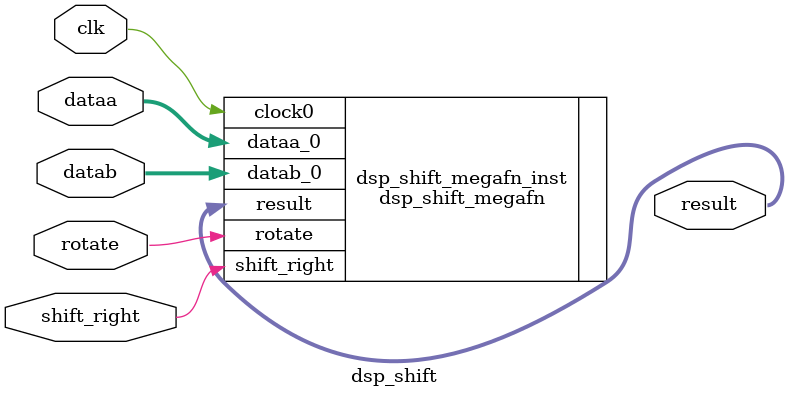
<source format=v>
module dsp_shift
#(parameter INPUT_WIDTH=32, parameter OUTPUT_WIDTH=32)
(
	input clk, rotate, shift_right,
	input [INPUT_WIDTH-1:0] dataa, datab,
	output [OUTPUT_WIDTH-1:0] result
);
	dsp_shift_megafn        dsp_shift_megafn_inst (
        .clock0 ( clk ),
        .dataa_0 ( dataa ),
        .datab_0 ( datab ),
        .rotate ( rotate ),
        .shift_right ( shift_right ),
        .result ( result )
	  );

endmodule

</source>
